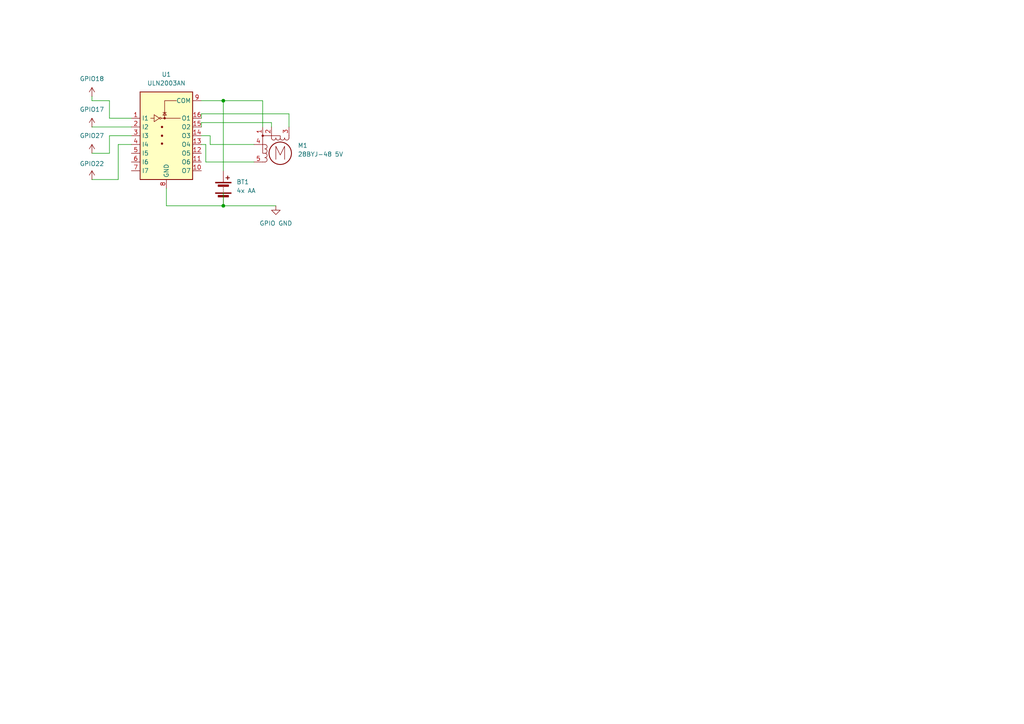
<source format=kicad_sch>
(kicad_sch (version 20231120) (generator "eeschema") (generator_version "8.0")
  (paper "A4")
  (lib_symbols
    (symbol "Device:Battery" (pin_numbers hide) (pin_names (offset 0) hide)
      (property "Reference" "BT" (at 2.54 2.54 0))
      (property "Value" "Battery" (at 2.54 0 0))
      (symbol "Battery_0_1"
        (rectangle (start -2.286 -1.27) (end 2.286 -1.524) (fill (type outline)))
        (rectangle (start -2.286 1.778) (end 2.286 1.524) (fill (type outline)))
        (rectangle (start -1.524 -2.032) (end 1.524 -2.54) (fill (type outline)))
        (rectangle (start -1.524 1.016) (end 1.524 0.508) (fill (type outline)))
        (polyline (pts (xy 0 -1.016) (xy 0 -0.762)))
        (polyline (pts (xy 0 -0.508) (xy 0 -0.254)))
        (polyline (pts (xy 0 0) (xy 0 0.254)))
        (polyline (pts (xy 0 1.778) (xy 0 2.54)))
        (polyline (pts (xy 0.762 3.048) (xy 1.778 3.048)) (stroke (width 0.254)))
        (polyline (pts (xy 1.27 3.556) (xy 1.27 2.54)) (stroke (width 0.254)))
      )
      (symbol "Battery_1_1"
        (pin passive line (at 0 5.08 270) (length 2.54) (name "+") (number "1"))
        (pin passive line (at 0 -5.08 90) (length 2.54) (name "-") (number "2"))
      )
    )
    (symbol "Motor:Stepper_Motor_unipolar_5pin" (pin_names (offset 0) hide)
      (property "Reference" "M" (at 3.81 2.54 0))
      (property "Value" "Stepper_Motor_unipolar_5pin" (at 3.81 1.27 0))
      (symbol "Stepper_Motor_unipolar_5pin_0_0"
        (polyline (pts (xy -1.27 -1.778) (xy -1.27 2.032) (xy 0 -0.508) (xy 1.27 2.032) (xy 1.27 -1.778)))
      )
      (symbol "Stepper_Motor_unipolar_5pin_0_1"
        (circle (center -5.08 5.08) (radius 0.0001) (fill (type outline)))
        (circle (center -5.08 5.08) (radius 0.254) (fill (type outline)))
        (arc (start -4.445 -2.54) (mid -3.8127 -1.905) (end -4.445 -1.27))
        (arc (start -4.445 -1.27) (mid -3.8127 -0.635) (end -4.445 0))
        (arc (start -4.445 0) (mid -3.8127 0.635) (end -4.445 1.27))
        (arc (start -4.445 1.27) (mid -3.8127 1.905) (end -4.445 2.54))
        (arc (start -2.54 4.445) (mid -1.905 3.8127) (end -1.27 4.445))
        (arc (start -1.27 4.445) (mid -0.635 3.8127) (end 0 4.445))
        (polyline (pts (xy -5.08 -2.54) (xy -4.445 -2.54)))
        (polyline (pts (xy -5.08 2.54) (xy -4.445 2.54)))
        (polyline (pts (xy -2.54 4.445) (xy -2.54 5.08)))
        (polyline (pts (xy 2.54 4.445) (xy 2.54 5.08)))
        (polyline (pts (xy -5.08 5.08) (xy -5.08 0) (xy -4.445 0)))
        (polyline (pts (xy 0 4.445) (xy 0 5.08) (xy -5.08 5.08)))
        (circle (center 0 0) (radius 3.2512) (stroke (width 0.254)))
        (arc (start 0 4.445) (mid 0.635 3.8127) (end 1.27 4.445))
        (arc (start 1.27 4.445) (mid 1.905 3.8127) (end 2.54 4.445))
      )
      (symbol "Stepper_Motor_unipolar_5pin_1_1"
        (pin passive line (at -5.08 7.62 270) (length 2.54) (name "~") (number "1"))
        (pin passive line (at -2.54 7.62 270) (length 2.54) (name "~") (number "2"))
        (pin passive line (at 2.54 7.62 270) (length 2.54) (name "-") (number "3"))
        (pin passive line (at -7.62 2.54 0) (length 2.54) (name "~") (number "4"))
        (pin passive line (at -7.62 -2.54 0) (length 2.54) (name "~") (number "5"))
      )
    )
    (symbol "Transistor_Array:ULN2003A"
      (property "Reference" "U" (at 0 15.875 0))
      (property "Value" "ULN2003A" (at 0 13.97 0))
      (symbol "ULN2003A_0_1"
        (rectangle (start -7.62 -12.7) (end 7.62 12.7) (stroke (width 0.254)) (fill (type background)))
        (circle (center -1.778 5.08) (radius 0.254))
        (circle (center -1.27 -2.286) (radius 0.254) (fill (type outline)))
        (circle (center -1.27 0) (radius 0.254) (fill (type outline)))
        (circle (center -1.27 2.54) (radius 0.254) (fill (type outline)))
        (circle (center -0.508 5.08) (radius 0.254) (fill (type outline)))
        (polyline (pts (xy -4.572 5.08) (xy -3.556 5.08)))
        (polyline (pts (xy -1.524 5.08) (xy 4.064 5.08)))
        (polyline (pts (xy 0 6.731) (xy -1.016 6.731)))
        (polyline (pts (xy -0.508 5.08) (xy -0.508 10.16) (xy 2.921 10.16)))
        (polyline (pts (xy -3.556 6.096) (xy -3.556 4.064) (xy -2.032 5.08) (xy -3.556 6.096)))
        (polyline (pts (xy 0 5.969) (xy -1.016 5.969) (xy -0.508 6.731) (xy 0 5.969)))
      )
      (symbol "ULN2003A_1_1"
        (pin input line (at -10.16 5.08 0) (length 2.54) (name "I1") (number "1"))
        (pin open_collector line (at 10.16 -10.16 180) (length 2.54) (name "O7") (number "10"))
        (pin open_collector line (at 10.16 -7.62 180) (length 2.54) (name "O6") (number "11"))
        (pin open_collector line (at 10.16 -5.08 180) (length 2.54) (name "O5") (number "12"))
        (pin open_collector line (at 10.16 -2.54 180) (length 2.54) (name "O4") (number "13"))
        (pin open_collector line (at 10.16 0 180) (length 2.54) (name "O3") (number "14"))
        (pin open_collector line (at 10.16 2.54 180) (length 2.54) (name "O2") (number "15"))
        (pin open_collector line (at 10.16 5.08 180) (length 2.54) (name "O1") (number "16"))
        (pin input line (at -10.16 2.54 0) (length 2.54) (name "I2") (number "2"))
        (pin input line (at -10.16 0 0) (length 2.54) (name "I3") (number "3"))
        (pin input line (at -10.16 -2.54 0) (length 2.54) (name "I4") (number "4"))
        (pin input line (at -10.16 -5.08 0) (length 2.54) (name "I5") (number "5"))
        (pin input line (at -10.16 -7.62 0) (length 2.54) (name "I6") (number "6"))
        (pin input line (at -10.16 -10.16 0) (length 2.54) (name "I7") (number "7"))
        (pin power_in line (at 0 -15.24 90) (length 2.54) (name "GND") (number "8"))
        (pin passive line (at 10.16 10.16 180) (length 2.54) (name "COM") (number "9"))
      )
    )
    (symbol "power:GND" (power) (pin_numbers hide) (pin_names (offset 0) hide)
      (property "Value" "GND" (at 0 -3.81 0))
      (symbol "GND_0_1"
        (polyline (pts (xy 0 0) (xy 0 -1.27) (xy 1.27 -1.27) (xy 0 -2.54) (xy -1.27 -1.27) (xy 0 -1.27)))
      )
      (symbol "GND_1_1"
        (pin power_in line (at 0 0 270) (length 0) (name "~") (number "1"))
      )
    )
    (symbol "power:VCC" (power) (pin_numbers hide) (pin_names (offset 0) hide)
      (property "Value" "VCC" (at 0 3.556 0))
      (symbol "VCC_0_1"
        (polyline (pts (xy -0.762 1.27) (xy 0 2.54)))
        (polyline (pts (xy 0 0) (xy 0 2.54)))
        (polyline (pts (xy 0 2.54) (xy 0.762 1.27)))
      )
      (symbol "VCC_1_1"
        (pin power_in line (at 0 0 90) (length 0) (name "~") (number "1"))
      )
    )
  )
  (junction (at 64.77 59.69))
  (junction (at 64.77 29.21))
  (wire (pts (xy 64.77 59.69) (xy 48.26 59.69)))
  (wire (pts (xy 78.74 35.56) (xy 78.74 36.83)))
  (wire (pts (xy 31.75 44.45) (xy 31.75 39.37)))
  (wire (pts (xy 64.77 59.69) (xy 80.01 59.69)))
  (wire (pts (xy 60.96 39.37) (xy 60.96 41.91)))
  (wire (pts (xy 26.67 44.45) (xy 31.75 44.45)))
  (wire (pts (xy 64.77 29.21) (xy 76.2 29.21)))
  (wire (pts (xy 34.29 41.91) (xy 34.29 52.07)))
  (wire (pts (xy 60.96 41.91) (xy 73.66 41.91)))
  (wire (pts (xy 58.42 35.56) (xy 78.74 35.56)))
  (wire (pts (xy 31.75 29.21) (xy 31.75 34.29)))
  (wire (pts (xy 31.75 39.37) (xy 38.1 39.37)))
  (wire (pts (xy 48.26 54.61) (xy 48.26 59.69)))
  (wire (pts (xy 64.77 29.21) (xy 64.77 49.53)))
  (wire (pts (xy 76.2 29.21) (xy 76.2 36.83)))
  (wire (pts (xy 58.42 29.21) (xy 64.77 29.21)))
  (wire (pts (xy 26.67 52.07) (xy 34.29 52.07)))
  (wire (pts (xy 59.69 46.99) (xy 59.69 41.91)))
  (wire (pts (xy 59.69 41.91) (xy 58.42 41.91)))
  (wire (pts (xy 26.67 29.21) (xy 26.67 27.94)))
  (wire (pts (xy 58.42 39.37) (xy 60.96 39.37)))
  (wire (pts (xy 73.66 46.99) (xy 59.69 46.99)))
  (wire (pts (xy 58.42 35.56) (xy 58.42 36.83)))
  (wire (pts (xy 83.82 33.02) (xy 58.42 33.02)))
  (wire (pts (xy 31.75 29.21) (xy 26.67 29.21)))
  (wire (pts (xy 38.1 41.91) (xy 34.29 41.91)))
  (wire (pts (xy 31.75 34.29) (xy 38.1 34.29)))
  (wire (pts (xy 58.42 33.02) (xy 58.42 34.29)))
  (wire (pts (xy 83.82 36.83) (xy 83.82 33.02)))
  (wire (pts (xy 26.67 36.83) (xy 38.1 36.83)))
  (wire (pts (xy 64.77 55.88) (xy 64.77 59.69)))
  (symbol (lib_id "power:VCC") (at 26.67 44.45 0) (unit 1)
    (property "Reference" "#PWR04" (effects (hide yes)))
    (property "Value" "GPIO27" (at 26.67 39.37 0))
    (property "Description" "Power symbol creates a global label with name \"VCC\"" (effects (hide yes)))
  )
  (symbol (lib_id "Device:Battery") (at 64.77 54.61 0) (unit 1)
    (property "Reference" "BT1" (at 68.58 52.7684 0) (effects (justify left)))
    (property "Value" "4x AA" (at 68.58 55.3084 0) (effects (justify left)))
    (property "Description" "Multiple-cell battery" (effects (hide yes)))
  )
  (symbol (lib_id "power:VCC") (at 26.67 27.94 0) (unit 1)
    (property "Reference" "#PWR02" (effects (hide yes)))
    (property "Value" "GPIO18" (at 26.67 22.86 0))
    (property "Description" "Power symbol creates a global label with name \"VCC\"" (effects (hide yes)))
  )
  (symbol (lib_id "power:GND") (at 80.01 59.69 0) (unit 1)
    (property "Reference" "#PWR05" (effects (hide yes)))
    (property "Value" "GPIO GND" (at 80.01 64.77 0))
    (property "Description" "Power symbol creates a global label with name \"GND\" , ground" (effects (hide yes)))
  )
  (symbol (lib_id "Motor:Stepper_Motor_unipolar_5pin") (at 81.28 44.45 0) (unit 1)
    (property "Reference" "M1" (at 86.36 42.202 0) (effects (justify left)))
    (property "Value" "28BYJ-48 5V" (at 86.36 44.742 0) (effects (justify left)))
    (property "Datasheet" "http://www.infineon.com/dgdl/Application-Note-TLE8110EE_driving_UniPolarStepperMotor_V1.1.pdf?fileId=db3a30431be39b97011be5d0aa0a00b0" (effects (hide yes)))
    (property "Description" "5-wire unipolar stepper motor" (effects (hide yes)))
  )
  (symbol (lib_id "power:VCC") (at 26.67 36.83 0) (unit 1)
    (property "Reference" "#PWR01" (effects (hide yes)))
    (property "Value" "GPIO17" (at 26.67 31.75 0))
    (property "Description" "Power symbol creates a global label with name \"VCC\"" (effects (hide yes)))
  )
  (symbol (lib_id "power:VCC") (at 26.67 52.07 0) (unit 1)
    (property "Reference" "#PWR03" (effects (hide yes)))
    (property "Value" "GPIO22" (at 26.67 47.498 0))
    (property "Description" "Power symbol creates a global label with name \"VCC\"" (effects (hide yes)))
  )
  (symbol (lib_id "Transistor_Array:ULN2003A") (at 48.26 39.37 0) (unit 1)
    (property "Reference" "U1" (at 48.26 21.59 0))
    (property "Value" "ULN2003AN" (at 48.26 24.13 0))
    (property "Datasheet" "http://www.ti.com/lit/ds/symlink/uln2003a.pdf" (effects (hide yes)))
    (property "Description" "High Voltage, High Current Darlington Transistor Arrays, SOIC16/SOIC16W/DIP16/TSSOP16" (effects (hide yes)))
  )
)
</source>
